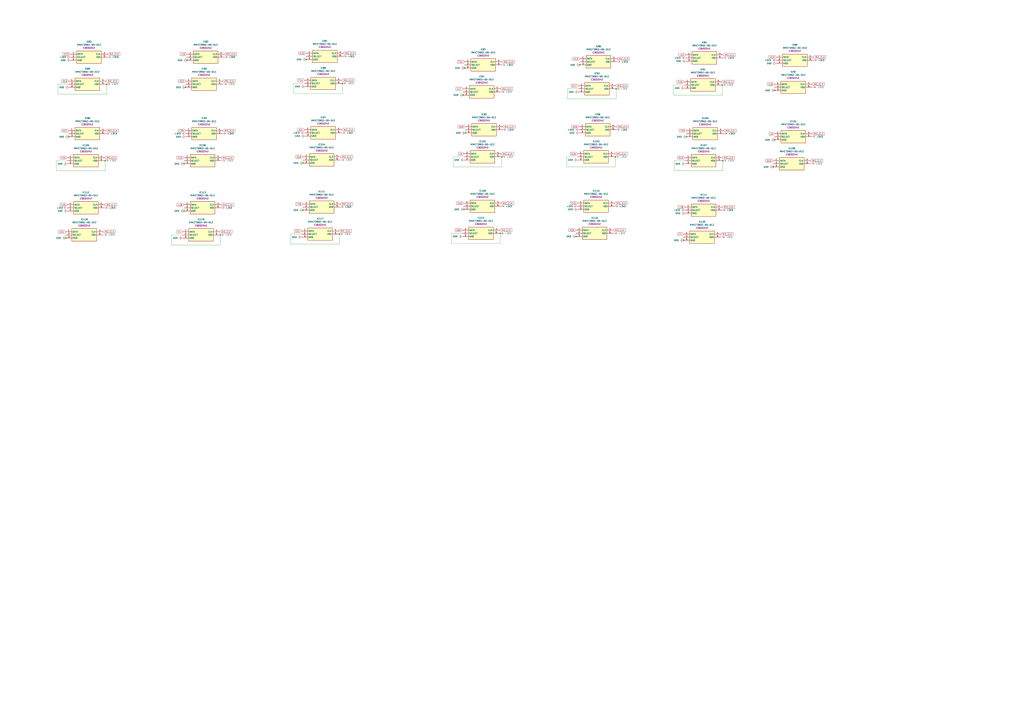
<source format=kicad_sch>
(kicad_sch (version 20231120) (generator "eeschema") (generator_version "8.0")
  (paper "A1")
  (junction (at 248.92 133.985))
  (junction (at 593.09 69.85))
  (junction (at 382.27 109.22))
  (junction (at 251.46 48.895))
  (junction (at 86.36 132.08))
  (junction (at 381.635 55.88))
  (junction (at 636.27 114.935))
  (junction (at 380.365 78.105))
  (junction (at 151.13 134.62))
  (junction (at 476.25 53.34))
  (junction (at 87.63 69.215))
  (junction (at 636.27 74.295))
  (junction (at 635 137.16))
  (junction (at 153.67 49.53))
  (junction (at 281.305 68.58))
  (junction (at 593.725 132.08))
  (junction (at 151.13 173.355))
  (junction (at 505.46 128.905))
  (junction (at 410.845 191.77))
  (junction (at 53.975 195.58))
  (junction (at 381 172.085))
  (junction (at 180.975 193.04))
  (junction (at 412.115 128.905))
  (junction (at 561.34 197.485))
  (junction (at 278.765 192.405))
  (junction (at 56.515 112.395))
  (junction (at 563.88 112.395))
  (junction (at 248.92 172.72))
  (junction (at 152.4 71.755))
  (junction (at 506.095 73.025))
  (junction (at 473.075 194.31))
  (wire (pts (xy 465.455 128.905) (xy 465.455 137.16)))
  (wire (pts (xy 506.095 73.025) (xy 506.095 81.28)))
  (wire (pts (xy 56.515 69.215) (xy 47.625 69.215)))
  (wire (pts (xy 140.97 201.295) (xy 180.975 201.295)))
  (wire (pts (xy 278.13 192.405) (xy 278.765 192.405)))
  (wire (pts (xy 466.09 81.28) (xy 506.095 81.28)))
  (wire (pts (xy 411.48 128.905) (xy 412.115 128.905)))
  (wire (pts (xy 666.75 71.755) (xy 667.385 71.755)))
  (wire (pts (xy 281.305 68.58) (xy 281.305 76.835)))
  (wire (pts (xy 592.455 69.85) (xy 593.09 69.85)))
  (wire (pts (xy 503.555 191.77) (xy 504.19 191.77)))
  (wire (pts (xy 241.3 76.835) (xy 281.305 76.835)))
  (wire (pts (xy 474.98 73.025) (xy 466.09 73.025)))
  (wire (pts (xy 86.995 69.215) (xy 87.63 69.215)))
  (wire (pts (xy 553.72 140.335) (xy 593.725 140.335)))
  (wire (pts (xy 87.63 69.215) (xy 87.63 77.47)))
  (wire (pts (xy 46.355 140.335) (xy 86.36 140.335)))
  (wire (pts (xy 151.13 132.08) (xy 151.13 134.62)))
  (wire (pts (xy 381 128.905) (xy 372.11 128.905)))
  (wire (pts (xy 505.46 128.905) (xy 505.46 137.16)))
  (wire (pts (xy 248.92 170.18) (xy 248.92 172.72)))
  (wire (pts (xy 251.46 46.355) (xy 251.46 48.895)))
  (wire (pts (xy 279.4 131.445) (xy 280.035 131.445)))
  (wire (pts (xy 180.975 193.04) (xy 180.975 201.295)))
  (wire (pts (xy 180.34 193.04) (xy 180.975 193.04)))
  (wire (pts (xy 278.765 192.405) (xy 278.765 200.66)))
  (wire (pts (xy 562.61 132.08) (xy 553.72 132.08)))
  (wire (pts (xy 593.725 132.08) (xy 593.725 140.335)))
  (wire (pts (xy 153.67 46.99) (xy 153.67 49.53)))
  (wire (pts (xy 248.92 131.445) (xy 248.92 133.985)))
  (wire (pts (xy 473.075 191.77) (xy 473.075 194.31)))
  (wire (pts (xy 465.455 137.16) (xy 505.46 137.16)))
  (wire (pts (xy 476.25 50.8) (xy 476.25 53.34)))
  (wire (pts (xy 410.845 191.77) (xy 410.845 200.025)))
  (wire (pts (xy 382.27 106.68) (xy 382.27 109.22)))
  (wire (pts (xy 591.82 194.945) (xy 592.455 194.945)))
  (wire (pts (xy 247.65 192.405) (xy 238.76 192.405)))
  (wire (pts (xy 372.11 137.16) (xy 412.115 137.16)))
  (wire (pts (xy 410.21 191.77) (xy 410.845 191.77)))
  (wire (pts (xy 636.27 112.395) (xy 636.27 114.935)))
  (wire (pts (xy 140.97 193.04) (xy 140.97 201.295)))
  (wire (pts (xy 665.48 134.62) (xy 666.115 134.62)))
  (wire (pts (xy 410.845 75.565) (xy 411.48 75.565)))
  (wire (pts (xy 635 137.16) (xy 635 134.62)))
  (wire (pts (xy 151.13 170.815) (xy 151.13 173.355)))
  (wire (pts (xy 181.61 132.08) (xy 182.245 132.08)))
  (wire (pts (xy 149.86 193.04) (xy 140.97 193.04)))
  (wire (pts (xy 593.09 132.08) (xy 593.725 132.08)))
  (wire (pts (xy 152.4 69.215) (xy 152.4 71.755)))
  (wire (pts (xy 474.345 128.905) (xy 465.455 128.905)))
  (wire (pts (xy 561.34 194.945) (xy 561.34 197.485)))
  (wire (pts (xy 280.67 68.58) (xy 281.305 68.58)))
  (wire (pts (xy 466.09 73.025) (xy 466.09 81.28)))
  (wire (pts (xy 47.625 77.47) (xy 87.63 77.47)))
  (wire (pts (xy 412.115 128.905) (xy 412.115 137.16)))
  (wire (pts (xy 84.455 193.04) (xy 85.09 193.04)))
  (wire (pts (xy 553.72 132.08) (xy 553.72 140.335)))
  (wire (pts (xy 504.825 128.905) (xy 505.46 128.905)))
  (wire (pts (xy 86.36 132.08) (xy 86.36 140.335)))
  (wire (pts (xy 182.88 69.215) (xy 183.515 69.215)))
  (wire (pts (xy 47.625 69.215) (xy 47.625 77.47)))
  (wire (pts (xy 370.84 191.77) (xy 370.84 200.025)))
  (wire (pts (xy 553.085 69.85) (xy 553.085 78.105)))
  (wire (pts (xy 593.09 69.85) (xy 593.09 78.105)))
  (wire (pts (xy 238.76 200.66) (xy 278.765 200.66)))
  (wire (pts (xy 372.11 128.905) (xy 372.11 137.16)))
  (wire (pts (xy 56.515 109.855) (xy 56.515 112.395)))
  (wire (pts (xy 561.975 69.85) (xy 553.085 69.85)))
  (wire (pts (xy 380.365 75.565) (xy 380.365 78.105)))
  (wire (pts (xy 381 169.545) (xy 381 172.085)))
  (wire (pts (xy 53.975 193.04) (xy 53.975 195.58)))
  (wire (pts (xy 379.73 191.77) (xy 370.84 191.77)))
  (wire (pts (xy 636.27 71.755) (xy 636.27 74.295)))
  (wire (pts (xy 381.635 53.34) (xy 381.635 55.88)))
  (wire (pts (xy 238.76 192.405) (xy 238.76 200.66)))
  (wire (pts (xy 46.355 132.08) (xy 46.355 140.335)))
  (wire (pts (xy 55.245 132.08) (xy 46.355 132.08)))
  (wire (pts (xy 85.725 132.08) (xy 86.36 132.08)))
  (wire (pts (xy 553.085 78.105) (xy 593.09 78.105)))
  (wire (pts (xy 563.88 109.855) (xy 563.88 112.395)))
  (wire (pts (xy 370.84 200.025) (xy 410.845 200.025)))
  (wire (pts (xy 505.46 73.025) (xy 506.095 73.025)))
  (wire (pts (xy 241.3 68.58) (xy 241.3 76.835)))
  (wire (pts (xy 250.19 68.58) (xy 241.3 68.58)))
  (global_label "E21" (shape input) (at 247.65 189.865 180) (property "Intersheetrefs" "${INTERSHEET_REFS}" (effects (hide yes))))
  (global_label "A20" (shape input) (at 379.73 189.23 180) (property "Intersheetrefs" "${INTERSHEET_REFS}" (effects (hide yes))))
  (global_label "D15" (shape input) (at 562.61 129.54 180) (property "Intersheetrefs" "${INTERSHEET_REFS}" (effects (hide yes))))
  (global_label "K13" (shape input) (at 57.785 44.45 180) (property "Intersheetrefs" "${INTERSHEET_REFS}" (effects (hide yes))))
  (global_label "MIC_CLK" (shape input) (at 506.73 48.26 0) (property "Intersheetrefs" "${INTERSHEET_REFS}" (effects (hide yes))))
  (global_label "MIC_CLK" (shape input) (at 85.725 129.54 0) (property "Intersheetrefs" "${INTERSHEET_REFS}" (effects (hide yes))))
  (global_label "MIC_CLK" (shape input) (at 86.995 66.675 0) (property "Intersheetrefs" "${INTERSHEET_REFS}" (effects (hide yes))))
  (global_label "MIC_CLK" (shape input) (at 666.75 109.855 0) (property "Intersheetrefs" "${INTERSHEET_REFS}" (effects (hide yes))))
  (global_label "F14" (shape input) (at 381.635 50.8 180) (property "Intersheetrefs" "${INTERSHEET_REFS}" (effects (hide yes))))
  (global_label "MIC_CLK" (shape input) (at 591.82 192.405 0) (property "Intersheetrefs" "${INTERSHEET_REFS}" (effects (hide yes))))
  (global_label "A21" (shape input) (at 250.19 106.68 180) (property "Intersheetrefs" "${INTERSHEET_REFS}" (effects (hide yes))))
  (global_label "C15" (shape input) (at 474.345 167.005 180) (property "Intersheetrefs" "${INTERSHEET_REFS}" (effects (hide yes))))
  (global_label "MIC_CLK" (shape input) (at 503.555 189.23 0) (property "Intersheetrefs" "${INTERSHEET_REFS}" (effects (hide yes))))
  (global_label "E17" (shape input) (at 474.98 70.485 180) (property "Intersheetrefs" "${INTERSHEET_REFS}" (effects (hide yes))))
  (global_label "MIC_CLK" (shape input) (at 86.995 107.315 0) (property "Intersheetrefs" "${INTERSHEET_REFS}" (effects (hide yes))))
  (global_label "H13" (shape input) (at 476.25 48.26 180) (property "Intersheetrefs" "${INTERSHEET_REFS}" (effects (hide yes))))
  (global_label "F15" (shape input) (at 151.13 129.54 180) (property "Intersheetrefs" "${INTERSHEET_REFS}" (effects (hide yes))))
  (global_label "D20" (shape input) (at 382.27 104.14 180) (property "Intersheetrefs" "${INTERSHEET_REFS}" (effects (hide yes))))
  (global_label "MIC_CLK" (shape input) (at 412.115 50.8 0) (property "Intersheetrefs" "${INTERSHEET_REFS}" (effects (hide yes))))
  (global_label "MIC_CLK" (shape input) (at 184.15 44.45 0) (property "Intersheetrefs" "${INTERSHEET_REFS}" (effects (hide yes))))
  (global_label "F20" (shape input) (at 152.4 107.315 180) (property "Intersheetrefs" "${INTERSHEET_REFS}" (effects (hide yes))))
  (global_label "L18" (shape input) (at 562.61 170.18 180) (property "Intersheetrefs" "${INTERSHEET_REFS}" (effects (hide yes))))
  (global_label "D15" (shape input) (at 635 132.08 180) (property "Intersheetrefs" "${INTERSHEET_REFS}" (effects (hide yes))))
  (global_label "MIC_CLK" (shape input) (at 668.02 46.99 0) (property "Intersheetrefs" "${INTERSHEET_REFS}" (effects (hide yes))))
  (global_label "D20" (shape input) (at 475.615 104.14 180) (property "Intersheetrefs" "${INTERSHEET_REFS}" (effects (hide yes))))
  (global_label "A13" (shape input) (at 152.4 66.675 180) (property "Intersheetrefs" "${INTERSHEET_REFS}" (effects (hide yes))))
  (global_label "MIC_CLK" (shape input) (at 505.46 70.485 0) (property "Intersheetrefs" "${INTERSHEET_REFS}" (effects (hide yes))))
  (global_label "MIC_CLK" (shape input) (at 281.94 43.815 0) (property "Intersheetrefs" "${INTERSHEET_REFS}" (effects (hide yes))))
  (global_label "MIC_CLK" (shape input) (at 594.36 107.315 0) (property "Intersheetrefs" "${INTERSHEET_REFS}" (effects (hide yes))))
  (global_label "MIC_CLK" (shape input) (at 665.48 132.08 0) (property "Intersheetrefs" "${INTERSHEET_REFS}" (effects (hide yes))))
  (global_label "F16" (shape input) (at 55.245 168.275 180) (property "Intersheetrefs" "${INTERSHEET_REFS}" (effects (hide yes))))
  (global_label "F15" (shape input) (at 55.245 129.54 180) (property "Intersheetrefs" "${INTERSHEET_REFS}" (effects (hide yes))))
  (global_label "E17" (shape input) (at 380.365 73.025 180) (property "Intersheetrefs" "${INTERSHEET_REFS}" (effects (hide yes))))
  (global_label "MIC_CLK" (shape input) (at 592.455 67.31 0) (property "Intersheetrefs" "${INTERSHEET_REFS}" (effects (hide yes))))
  (global_label "MIC_CLK" (shape input) (at 593.09 129.54 0) (property "Intersheetrefs" "${INTERSHEET_REFS}" (effects (hide yes))))
  (global_label "MIC_CLK" (shape input) (at 504.825 126.365 0) (property "Intersheetrefs" "${INTERSHEET_REFS}" (effects (hide yes))))
  (global_label "E21" (shape input) (at 53.975 190.5 180) (property "Intersheetrefs" "${INTERSHEET_REFS}" (effects (hide yes))))
  (global_label "A20" (shape input) (at 473.075 189.23 180) (property "Intersheetrefs" "${INTERSHEET_REFS}" (effects (hide yes))))
  (global_label "H13" (shape input) (at 637.54 46.99 180) (property "Intersheetrefs" "${INTERSHEET_REFS}" (effects (hide yes))))
  (global_label "F16" (shape input) (at 248.92 167.64 180) (property "Intersheetrefs" "${INTERSHEET_REFS}" (effects (hide yes))))
  (global_label "J15" (shape input) (at 563.245 45.085 180) (property "Intersheetrefs" "${INTERSHEET_REFS}" (effects (hide yes))))
  (global_label "MIC_CLK" (shape input) (at 504.825 167.005 0) (property "Intersheetrefs" "${INTERSHEET_REFS}" (effects (hide yes))))
  (global_label "MIC_CLK" (shape input) (at 84.455 190.5 0) (property "Intersheetrefs" "${INTERSHEET_REFS}" (effects (hide yes))))
  (global_label "MIC_CLK" (shape input) (at 410.845 73.025 0) (property "Intersheetrefs" "${INTERSHEET_REFS}" (effects (hide yes))))
  (global_label "E16" (shape input) (at 636.27 69.215 180) (property "Intersheetrefs" "${INTERSHEET_REFS}" (effects (hide yes))))
  (global_label "MIC_CLK" (shape input) (at 182.88 66.675 0) (property "Intersheetrefs" "${INTERSHEET_REFS}" (effects (hide yes))))
  (global_label "C15" (shape input) (at 381 167.005 180) (property "Intersheetrefs" "${INTERSHEET_REFS}" (effects (hide yes))))
  (global_label "A13" (shape input) (at 56.515 66.675 180) (property "Intersheetrefs" "${INTERSHEET_REFS}" (effects (hide yes))))
  (global_label "MIC_CLK" (shape input) (at 410.21 189.23 0) (property "Intersheetrefs" "${INTERSHEET_REFS}" (effects (hide yes))))
  (global_label "MIC_CLK" (shape input) (at 88.265 44.45 0) (property "Intersheetrefs" "${INTERSHEET_REFS}" (effects (hide yes))))
  (global_label "J15" (shape input) (at 153.67 44.45 180) (property "Intersheetrefs" "${INTERSHEET_REFS}" (effects (hide yes))))
  (global_label "MIC_CLK" (shape input) (at 506.095 104.14 0) (property "Intersheetrefs" "${INTERSHEET_REFS}" (effects (hide yes))))
  (global_label "MIC_CLK" (shape input) (at 411.48 167.005 0) (property "Intersheetrefs" "${INTERSHEET_REFS}" (effects (hide yes))))
  (global_label "MIC_CLK" (shape input) (at 666.75 69.215 0) (property "Intersheetrefs" "${INTERSHEET_REFS}" (effects (hide yes))))
  (global_label "F14" (shape input) (at 250.19 66.04 180) (property "Intersheetrefs" "${INTERSHEET_REFS}" (effects (hide yes))))
  (global_label "MIC_CLK" (shape input) (at 593.09 170.18 0) (property "Intersheetrefs" "${INTERSHEET_REFS}" (effects (hide yes))))
  (global_label "MIC_CLK" (shape input) (at 280.67 106.68 0) (property "Intersheetrefs" "${INTERSHEET_REFS}" (effects (hide yes))))
  (global_label "A21" (shape input) (at 56.515 107.315 180) (property "Intersheetrefs" "${INTERSHEET_REFS}" (effects (hide yes))))
  (global_label "L5" (shape input) (at 381 126.365 180) (property "Intersheetrefs" "${INTERSHEET_REFS}" (effects (hide yes))))
  (global_label "F20" (shape input) (at 563.88 107.315 180) (property "Intersheetrefs" "${INTERSHEET_REFS}" (effects (hide yes))))
  (global_label "MIC_CLK" (shape input) (at 180.34 190.5 0) (property "Intersheetrefs" "${INTERSHEET_REFS}" (effects (hide yes))))
  (global_label "MIC_CLK" (shape input) (at 279.4 128.905 0) (property "Intersheetrefs" "${INTERSHEET_REFS}" (effects (hide yes))))
  (global_label "E16" (shape input) (at 561.975 67.31 180) (property "Intersheetrefs" "${INTERSHEET_REFS}" (effects (hide yes))))
  (global_label "MIC_CLK" (shape input) (at 412.75 104.14 0) (property "Intersheetrefs" "${INTERSHEET_REFS}" (effects (hide yes))))
  (global_label "MIC_CLK" (shape input) (at 593.725 45.085 0) (property "Intersheetrefs" "${INTERSHEET_REFS}" (effects (hide yes))))
  (global_label "MIC_CLK" (shape input) (at 278.13 189.865 0) (property "Intersheetrefs" "${INTERSHEET_REFS}" (effects (hide yes))))
  (global_label "K13" (shape input) (at 251.46 43.815 180) (property "Intersheetrefs" "${INTERSHEET_REFS}" (effects (hide yes))))
  (global_label "L5" (shape input) (at 636.27 109.855 180) (property "Intersheetrefs" "${INTERSHEET_REFS}" (effects (hide yes))))
  (global_label "MIC_CLK" (shape input) (at 85.725 168.275 0) (property "Intersheetrefs" "${INTERSHEET_REFS}" (effects (hide yes))))
  (global_label "MIC_CLK" (shape input) (at 411.48 126.365 0) (property "Intersheetrefs" "${INTERSHEET_REFS}" (effects (hide yes))))
  (global_label "F4" (shape input) (at 561.34 192.405 180) (property "Intersheetrefs" "${INTERSHEET_REFS}" (effects (hide yes))))
  (global_label "G16" (shape input) (at 248.92 128.905 180) (property "Intersheetrefs" "${INTERSHEET_REFS}" (effects (hide yes))))
  (global_label "MIC_CLK" (shape input) (at 181.61 129.54 0) (property "Intersheetrefs" "${INTERSHEET_REFS}" (effects (hide yes))))
  (global_label "MIC_CLK" (shape input) (at 279.4 167.64 0) (property "Intersheetrefs" "${INTERSHEET_REFS}" (effects (hide yes))))
  (global_label "L18" (shape input) (at 151.13 168.275 180) (property "Intersheetrefs" "${INTERSHEET_REFS}" (effects (hide yes))))
  (global_label "F4" (shape input) (at 149.86 190.5 180) (property "Intersheetrefs" "${INTERSHEET_REFS}" (effects (hide yes))))
  (global_label "G16" (shape input) (at 474.345 126.365 180) (property "Intersheetrefs" "${INTERSHEET_REFS}" (effects (hide yes))))
  (global_label "MIC_CLK" (shape input) (at 182.88 107.315 0) (property "Intersheetrefs" "${INTERSHEET_REFS}" (effects (hide yes))))
  (global_label "MIC_CLK" (shape input) (at 181.61 168.275 0) (property "Intersheetrefs" "${INTERSHEET_REFS}" (effects (hide yes))))
  (global_label "MIC_CLK" (shape input) (at 280.67 66.04 0) (property "Intersheetrefs" "${INTERSHEET_REFS}" (effects (hide yes))))
  (symbol (lib_id "power:GND") (at 563.88 112.395 270) (unit 1)
    (property "Reference" "#PWR0289" (effects (hide yes)))
    (property "Value" "GND" (at 560.07 112.395 90) (effects (justify right)))
  )
  (symbol (lib_id "power:+3V3") (at 593.725 132.08 270) (unit 1)
    (property "Reference" "#PWR0299" (effects (hide yes)))
    (property "Value" "+3V3" (at 597.535 132.08 90) (effects (justify left)))
  )
  (symbol (lib_id "SamacSys_Parts:MMICT3902-00-012") (at 149.86 190.5 0) (unit 1)
    (property "Reference" "IC119" (at 165.1 180.34 0))
    (property "Value" "MMICT3902-00-012" (at 165.1 182.88 0))
    (property "Footprint" "T3902:MMICT390200012" (effects (hide yes)))
    (property "Datasheet" "http://invensense.tdk.com/wp-content/uploads/2020/05/DS-000357-T3902-v1.0.pdf" (effects (hide yes)))
    (property "Height" "1.13" (effects (hide yes)))
    (property "Mouser Part Number" "410-MMICT3902-00-012" (effects (hide yes)))
    (property "Mouser Price/Stock" "https://www.mouser.co.uk/ProductDetail/TDK-InvenSense/MMICT3902-00-012?qs=yqaQSyyJnNi1lpqXyrpxOA%3D%3D" (effects (hide yes)))
    (property "Manufacturer_Name" "TDK" (effects (hide yes)))
    (property "Manufacturer_Part_Number" "MMICT3902-00-012" (effects (hide yes)))
    (property "LCSC" "C3032242" (at 165.1 185.42 0))
  )
  (symbol (lib_id "power:GND") (at 248.92 133.985 270) (unit 1)
    (property "Reference" "#PWR0300" (effects (hide yes)))
    (property "Value" "GND" (at 245.11 133.985 90) (effects (justify right)))
  )
  (symbol (lib_id "power:+3V3") (at 180.975 193.04 270) (unit 1)
    (property "Reference" "#PWR0322" (effects (hide yes)))
    (property "Value" "+3V3" (at 184.785 193.04 90) (effects (justify left)))
  )
  (symbol (lib_id "SamacSys_Parts:MMICT3902-00-012") (at 562.61 129.54 0) (unit 1)
    (property "Reference" "IC107" (at 577.85 119.38 0))
    (property "Value" "MMICT3902-00-012" (at 577.85 121.92 0))
    (property "Footprint" "T3902:MMICT390200012" (effects (hide yes)))
    (property "Datasheet" "http://invensense.tdk.com/wp-content/uploads/2020/05/DS-000357-T3902-v1.0.pdf" (effects (hide yes)))
    (property "Height" "1.13" (effects (hide yes)))
    (property "Mouser Part Number" "410-MMICT3902-00-012" (effects (hide yes)))
    (property "Mouser Price/Stock" "https://www.mouser.co.uk/ProductDetail/TDK-InvenSense/MMICT3902-00-012?qs=yqaQSyyJnNi1lpqXyrpxOA%3D%3D" (effects (hide yes)))
    (property "Manufacturer_Name" "TDK" (effects (hide yes)))
    (property "Manufacturer_Part_Number" "MMICT3902-00-012" (effects (hide yes)))
    (property "LCSC" "C3032242" (at 577.85 124.46 0))
  )
  (symbol (lib_id "power:GND") (at 561.34 197.485 270) (unit 1)
    (property "Reference" "#PWR0329" (effects (hide yes)))
    (property "Value" "GND" (at 557.53 197.485 90) (effects (justify right)))
  )
  (symbol (lib_id "power:+3V3") (at 278.765 192.405 270) (unit 1)
    (property "Reference" "#PWR0320" (effects (hide yes)))
    (property "Value" "+3V3" (at 282.575 192.405 90) (effects (justify left)))
  )
  (symbol (lib_id "power:+3V3") (at 667.385 71.755 270) (unit 1)
    (property "Reference" "#PWR0271" (effects (hide yes)))
    (property "Value" "+3V3" (at 671.195 71.755 90) (effects (justify left)))
  )
  (symbol (lib_id "SamacSys_Parts:MMICT3902-00-012") (at 379.73 189.23 0) (unit 1)
    (property "Reference" "IC115" (at 394.97 179.07 0))
    (property "Value" "MMICT3902-00-012" (at 394.97 181.61 0))
    (property "Footprint" "T3902:MMICT390200012" (effects (hide yes)))
    (property "Datasheet" "http://invensense.tdk.com/wp-content/uploads/2020/05/DS-000357-T3902-v1.0.pdf" (effects (hide yes)))
    (property "Height" "1.13" (effects (hide yes)))
    (property "Mouser Part Number" "410-MMICT3902-00-012" (effects (hide yes)))
    (property "Mouser Price/Stock" "https://www.mouser.co.uk/ProductDetail/TDK-InvenSense/MMICT3902-00-012?qs=yqaQSyyJnNi1lpqXyrpxOA%3D%3D" (effects (hide yes)))
    (property "Manufacturer_Name" "TDK" (effects (hide yes)))
    (property "Manufacturer_Part_Number" "MMICT3902-00-012" (effects (hide yes)))
    (property "LCSC" "C3032242" (at 394.97 184.15 0))
  )
  (symbol (lib_id "power:+3V3") (at 412.115 128.905 270) (unit 1)
    (property "Reference" "#PWR0292" (effects (hide yes)))
    (property "Value" "+3V3" (at 415.925 128.905 90) (effects (justify left)))
  )
  (symbol (lib_id "SamacSys_Parts:MMICT3902-00-012") (at 381 126.365 0) (unit 1)
    (property "Reference" "IC102" (at 396.24 116.205 0))
    (property "Value" "MMICT3902-00-012" (at 396.24 118.745 0))
    (property "Footprint" "T3902:MMICT390200012" (effects (hide yes)))
    (property "Datasheet" "http://invensense.tdk.com/wp-content/uploads/2020/05/DS-000357-T3902-v1.0.pdf" (effects (hide yes)))
    (property "Height" "1.13" (effects (hide yes)))
    (property "Mouser Part Number" "410-MMICT3902-00-012" (effects (hide yes)))
    (property "Mouser Price/Stock" "https://www.mouser.co.uk/ProductDetail/TDK-InvenSense/MMICT3902-00-012?qs=yqaQSyyJnNi1lpqXyrpxOA%3D%3D" (effects (hide yes)))
    (property "Manufacturer_Name" "TDK" (effects (hide yes)))
    (property "Manufacturer_Part_Number" "MMICT3902-00-012" (effects (hide yes)))
    (property "LCSC" "C3032242" (at 396.24 121.285 0))
  )
  (symbol (lib_id "power:GND") (at 562.61 134.62 270) (unit 1)
    (property "Reference" "#PWR0303" (effects (hide yes)))
    (property "Value" "GND" (at 558.8 134.62 90) (effects (justify right)))
  )
  (symbol (lib_id "SamacSys_Parts:MMICT3902-00-012") (at 476.25 48.26 0) (unit 1)
    (property "Reference" "IC86" (at 491.49 38.1 0))
    (property "Value" "MMICT3902-00-012" (at 491.49 40.64 0))
    (property "Footprint" "T3902:MMICT390200012" (effects (hide yes)))
    (property "Datasheet" "http://invensense.tdk.com/wp-content/uploads/2020/05/DS-000357-T3902-v1.0.pdf" (effects (hide yes)))
    (property "Height" "1.13" (effects (hide yes)))
    (property "Mouser Part Number" "410-MMICT3902-00-012" (effects (hide yes)))
    (property "Mouser Price/Stock" "https://www.mouser.co.uk/ProductDetail/TDK-InvenSense/MMICT3902-00-012?qs=yqaQSyyJnNi1lpqXyrpxOA%3D%3D" (effects (hide yes)))
    (property "Manufacturer_Name" "TDK" (effects (hide yes)))
    (property "Manufacturer_Part_Number" "MMICT3902-00-012" (effects (hide yes)))
    (property "LCSC" "C3032242" (at 491.49 43.18 0))
  )
  (symbol (lib_id "power:+3V3") (at 666.115 134.62 270) (unit 1)
    (property "Reference" "#PWR0304" (effects (hide yes)))
    (property "Value" "+3V3" (at 669.925 134.62 90) (effects (justify left)))
  )
  (symbol (lib_id "power:GND") (at 381.635 55.88 270) (unit 1)
    (property "Reference" "#PWR0263" (effects (hide yes)))
    (property "Value" "GND" (at 377.825 55.88 90) (effects (justify right)))
  )
  (symbol (lib_id "SamacSys_Parts:MMICT3902-00-012") (at 563.245 45.085 0) (unit 1)
    (property "Reference" "IC84" (at 578.485 34.925 0))
    (property "Value" "MMICT3902-00-012" (at 578.485 37.465 0))
    (property "Footprint" "T3902:MMICT390200012" (effects (hide yes)))
    (property "Datasheet" "http://invensense.tdk.com/wp-content/uploads/2020/05/DS-000357-T3902-v1.0.pdf" (effects (hide yes)))
    (property "Height" "1.13" (effects (hide yes)))
    (property "Mouser Part Number" "410-MMICT3902-00-012" (effects (hide yes)))
    (property "Mouser Price/Stock" "https://www.mouser.co.uk/ProductDetail/TDK-InvenSense/MMICT3902-00-012?qs=yqaQSyyJnNi1lpqXyrpxOA%3D%3D" (effects (hide yes)))
    (property "Manufacturer_Name" "TDK" (effects (hide yes)))
    (property "Manufacturer_Part_Number" "MMICT3902-00-012" (effects (hide yes)))
    (property "LCSC" "C3032242" (at 578.485 40.005 0))
  )
  (symbol (lib_id "SamacSys_Parts:MMICT3902-00-012") (at 562.61 170.18 0) (unit 1)
    (property "Reference" "IC114" (at 577.85 160.02 0))
    (property "Value" "MMICT3902-00-012" (at 577.85 162.56 0))
    (property "Footprint" "T3902:MMICT390200012" (effects (hide yes)))
    (property "Datasheet" "http://invensense.tdk.com/wp-content/uploads/2020/05/DS-000357-T3902-v1.0.pdf" (effects (hide yes)))
    (property "Height" "1.13" (effects (hide yes)))
    (property "Mouser Part Number" "410-MMICT3902-00-012" (effects (hide yes)))
    (property "Mouser Price/Stock" "https://www.mouser.co.uk/ProductDetail/TDK-InvenSense/MMICT3902-00-012?qs=yqaQSyyJnNi1lpqXyrpxOA%3D%3D" (effects (hide yes)))
    (property "Manufacturer_Name" "TDK" (effects (hide yes)))
    (property "Manufacturer_Part_Number" "MMICT3902-00-012" (effects (hide yes)))
    (property "LCSC" "C3032242" (at 577.85 165.1 0))
  )
  (symbol (lib_id "power:+3V3") (at 411.48 169.545 270) (unit 1)
    (property "Reference" "#PWR0306" (effects (hide yes)))
    (property "Value" "+3V3" (at 415.29 169.545 90) (effects (justify left)))
  )
  (symbol (lib_id "power:+3V3") (at 506.73 50.8 270) (unit 1)
    (property "Reference" "#PWR0259" (effects (hide yes)))
    (property "Value" "+3V3" (at 510.54 50.8 90) (effects (justify left)))
  )
  (symbol (lib_id "SamacSys_Parts:MMICT3902-00-012") (at 636.27 69.215 0) (unit 1)
    (property "Reference" "IC92" (at 651.51 59.055 0))
    (property "Value" "MMICT3902-00-012" (at 651.51 61.595 0))
    (property "Footprint" "T3902:MMICT390200012" (effects (hide yes)))
    (property "Datasheet" "http://invensense.tdk.com/wp-content/uploads/2020/05/DS-000357-T3902-v1.0.pdf" (effects (hide yes)))
    (property "Height" "1.13" (effects (hide yes)))
    (property "Mouser Part Number" "410-MMICT3902-00-012" (effects (hide yes)))
    (property "Mouser Price/Stock" "https://www.mouser.co.uk/ProductDetail/TDK-InvenSense/MMICT3902-00-012?qs=yqaQSyyJnNi1lpqXyrpxOA%3D%3D" (effects (hide yes)))
    (property "Manufacturer_Name" "TDK" (effects (hide yes)))
    (property "Manufacturer_Part_Number" "MMICT3902-00-012" (effects (hide yes)))
    (property "LCSC" "C3032242" (at 651.51 64.135 0))
  )
  (symbol (lib_id "power:+3V3") (at 593.09 172.72 270) (unit 1)
    (property "Reference" "#PWR0314" (effects (hide yes)))
    (property "Value" "+3V3" (at 596.9 172.72 90) (effects (justify left)))
  )
  (symbol (lib_id "SamacSys_Parts:MMICT3902-00-012") (at 151.13 129.54 0) (unit 1)
    (property "Reference" "IC106" (at 166.37 119.38 0))
    (property "Value" "MMICT3902-00-012" (at 166.37 121.92 0))
    (property "Footprint" "T3902:MMICT390200012" (effects (hide yes)))
    (property "Datasheet" "http://invensense.tdk.com/wp-content/uploads/2020/05/DS-000357-T3902-v1.0.pdf" (effects (hide yes)))
    (property "Height" "1.13" (effects (hide yes)))
    (property "Mouser Part Number" "410-MMICT3902-00-012" (effects (hide yes)))
    (property "Mouser Price/Stock" "https://www.mouser.co.uk/ProductDetail/TDK-InvenSense/MMICT3902-00-012?qs=yqaQSyyJnNi1lpqXyrpxOA%3D%3D" (effects (hide yes)))
    (property "Manufacturer_Name" "TDK" (effects (hide yes)))
    (property "Manufacturer_Part_Number" "MMICT3902-00-012" (effects (hide yes)))
    (property "LCSC" "C3032242" (at 166.37 124.46 0))
  )
  (symbol (lib_id "SamacSys_Parts:MMICT3902-00-012") (at 474.345 126.365 0) (unit 1)
    (property "Reference" "IC103" (at 489.585 116.205 0))
    (property "Value" "MMICT3902-00-012" (at 489.585 118.745 0))
    (property "Footprint" "T3902:MMICT390200012" (effects (hide yes)))
    (property "Datasheet" "http://invensense.tdk.com/wp-content/uploads/2020/05/DS-000357-T3902-v1.0.pdf" (effects (hide yes)))
    (property "Height" "1.13" (effects (hide yes)))
    (property "Mouser Part Number" "410-MMICT3902-00-012" (effects (hide yes)))
    (property "Mouser Price/Stock" "https://www.mouser.co.uk/ProductDetail/TDK-InvenSense/MMICT3902-00-012?qs=yqaQSyyJnNi1lpqXyrpxOA%3D%3D" (effects (hide yes)))
    (property "Manufacturer_Name" "TDK" (effects (hide yes)))
    (property "Manufacturer_Part_Number" "MMICT3902-00-012" (effects (hide yes)))
    (property "LCSC" "C3032242" (at 489.585 121.285 0))
  )
  (symbol (lib_id "power:GND") (at 55.245 134.62 270) (unit 1)
    (property "Reference" "#PWR0301" (effects (hide yes)))
    (property "Value" "GND" (at 51.435 134.62 90) (effects (justify right)))
  )
  (symbol (lib_id "power:+3V3") (at 280.67 109.22 270) (unit 1)
    (property "Reference" "#PWR0280" (effects (hide yes)))
    (property "Value" "+3V3" (at 284.48 109.22 90) (effects (justify left)))
  )
  (symbol (lib_id "SamacSys_Parts:MMICT3902-00-012") (at 563.88 107.315 0) (unit 1)
    (property "Reference" "IC100" (at 579.12 97.155 0))
    (property "Value" "MMICT3902-00-012" (at 579.12 99.695 0))
    (property "Footprint" "T3902:MMICT390200012" (effects (hide yes)))
    (property "Datasheet" "http://invensense.tdk.com/wp-content/uploads/2020/05/DS-000357-T3902-v1.0.pdf" (effects (hide yes)))
    (property "Height" "1.13" (effects (hide yes)))
    (property "Mouser Part Number" "410-MMICT3902-00-012" (effects (hide yes)))
    (property "Mouser Price/Stock" "https://www.mouser.co.uk/ProductDetail/TDK-InvenSense/MMICT3902-00-012?qs=yqaQSyyJnNi1lpqXyrpxOA%3D%3D" (effects (hide yes)))
    (property "Manufacturer_Name" "TDK" (effects (hide yes)))
    (property "Manufacturer_Part_Number" "MMICT3902-00-012" (effects (hide yes)))
    (property "LCSC" "C3032242" (at 579.12 102.235 0))
  )
  (symbol (lib_id "SamacSys_Parts:MMICT3902-00-012") (at 635 132.08 0) (unit 1)
    (property "Reference" "IC108" (at 650.24 121.92 0))
    (property "Value" "MMICT3902-00-012" (at 650.24 124.46 0))
    (property "Footprint" "T3902:MMICT390200012" (effects (hide yes)))
    (property "Datasheet" "http://invensense.tdk.com/wp-content/uploads/2020/05/DS-000357-T3902-v1.0.pdf" (effects (hide yes)))
    (property "Height" "1.13" (effects (hide yes)))
    (property "Mouser Part Number" "410-MMICT3902-00-012" (effects (hide yes)))
    (property "Mouser Price/Stock" "https://www.mouser.co.uk/ProductDetail/TDK-InvenSense/MMICT3902-00-012?qs=yqaQSyyJnNi1lpqXyrpxOA%3D%3D" (effects (hide yes)))
    (property "Manufacturer_Name" "TDK" (effects (hide yes)))
    (property "Manufacturer_Part_Number" "MMICT3902-00-012" (effects (hide yes)))
    (property "LCSC" "C3032242" (at 650.24 127 0))
  )
  (symbol (lib_id "power:+3V3") (at 182.245 132.08 270) (unit 1)
    (property "Reference" "#PWR0298" (effects (hide yes)))
    (property "Value" "+3V3" (at 186.055 132.08 90) (effects (justify left)))
  )
  (symbol (lib_id "SamacSys_Parts:MMICT3902-00-012") (at 55.245 168.275 0) (unit 1)
    (property "Reference" "IC112" (at 70.485 158.115 0))
    (property "Value" "MMICT3902-00-012" (at 70.485 160.655 0))
    (property "Footprint" "T3902:MMICT390200012" (effects (hide yes)))
    (property "Datasheet" "http://invensense.tdk.com/wp-content/uploads/2020/05/DS-000357-T3902-v1.0.pdf" (effects (hide yes)))
    (property "Height" "1.13" (effects (hide yes)))
    (property "Mouser Part Number" "410-MMICT3902-00-012" (effects (hide yes)))
    (property "Mouser Price/Stock" "https://www.mouser.co.uk/ProductDetail/TDK-InvenSense/MMICT3902-00-012?qs=yqaQSyyJnNi1lpqXyrpxOA%3D%3D" (effects (hide yes)))
    (property "Manufacturer_Name" "TDK" (effects (hide yes)))
    (property "Manufacturer_Part_Number" "MMICT3902-00-012" (effects (hide yes)))
    (property "LCSC" "C3032242" (at 70.485 163.195 0))
  )
  (symbol (lib_id "power:+3V3") (at 562.61 172.72 90) (unit 1)
    (property "Reference" "#PWR0872" (effects (hide yes)))
    (property "Value" "+3V3" (at 558.546 172.72 90) (effects (justify left)))
  )
  (symbol (lib_id "power:GND") (at 473.075 194.31 270) (unit 1)
    (property "Reference" "#PWR0324" (effects (hide yes)))
    (property "Value" "GND" (at 469.265 194.31 90) (effects (justify right)))
  )
  (symbol (lib_id "SamacSys_Parts:MMICT3902-00-012") (at 382.27 104.14 0) (unit 1)
    (property "Reference" "IC95" (at 397.51 93.98 0))
    (property "Value" "MMICT3902-00-012" (at 397.51 96.52 0))
    (property "Footprint" "T3902:MMICT390200012" (effects (hide yes)))
    (property "Datasheet" "http://invensense.tdk.com/wp-content/uploads/2020/05/DS-000357-T3902-v1.0.pdf" (effects (hide yes)))
    (property "Height" "1.13" (effects (hide yes)))
    (property "Mouser Part Number" "410-MMICT3902-00-012" (effects (hide yes)))
    (property "Mouser Price/Stock" "https://www.mouser.co.uk/ProductDetail/TDK-InvenSense/MMICT3902-00-012?qs=yqaQSyyJnNi1lpqXyrpxOA%3D%3D" (effects (hide yes)))
    (property "Manufacturer_Name" "TDK" (effects (hide yes)))
    (property "Manufacturer_Part_Number" "MMICT3902-00-012" (effects (hide yes)))
    (property "LCSC" "C3032242" (at 397.51 99.06 0))
  )
  (symbol (lib_id "power:+3V3") (at 411.48 75.565 270) (unit 1)
    (property "Reference" "#PWR0275" (effects (hide yes)))
    (property "Value" "+3V3" (at 415.29 75.565 90) (effects (justify left)))
  )
  (symbol (lib_id "SamacSys_Parts:MMICT3902-00-012") (at 250.19 106.68 0) (unit 1)
    (property "Reference" "IC97" (at 265.43 96.52 0))
    (property "Value" "MMICT3902-00-012" (at 265.43 99.06 0))
    (property "Footprint" "T3902:MMICT390200012" (effects (hide yes)))
    (property "Datasheet" "http://invensense.tdk.com/wp-content/uploads/2020/05/DS-000357-T3902-v1.0.pdf" (effects (hide yes)))
    (property "Height" "1.13" (effects (hide yes)))
    (property "Mouser Part Number" "410-MMICT3902-00-012" (effects (hide yes)))
    (property "Mouser Price/Stock" "https://www.mouser.co.uk/ProductDetail/TDK-InvenSense/MMICT3902-00-012?qs=yqaQSyyJnNi1lpqXyrpxOA%3D%3D" (effects (hide yes)))
    (property "Manufacturer_Name" "TDK" (effects (hide yes)))
    (property "Manufacturer_Part_Number" "MMICT3902-00-012" (effects (hide yes)))
    (property "LCSC" "C3032242" (at 265.43 101.6 0))
  )
  (symbol (lib_id "power:GND") (at 635 137.16 270) (unit 1)
    (property "Reference" "#PWR0305" (effects (hide yes)))
    (property "Value" "GND" (at 631.19 137.16 90) (effects (justify right)))
  )
  (symbol (lib_id "power:+3V3") (at 85.725 170.815 270) (unit 1)
    (property "Reference" "#PWR0309" (effects (hide yes)))
    (property "Value" "+3V3" (at 89.535 170.815 90) (effects (justify left)))
  )
  (symbol (lib_id "power:+3V3") (at 666.75 112.395 270) (unit 1)
    (property "Reference" "#PWR0290" (effects (hide yes)))
    (property "Value" "+3V3" (at 670.56 112.395 90) (effects (justify left)))
  )
  (symbol (lib_id "SamacSys_Parts:MMICT3902-00-012") (at 153.67 44.45 0) (unit 1)
    (property "Reference" "IC83" (at 168.91 34.29 0))
    (property "Value" "MMICT3902-00-012" (at 168.91 36.83 0))
    (property "Footprint" "T3902:MMICT390200012" (effects (hide yes)))
    (property "Datasheet" "http://invensense.tdk.com/wp-content/uploads/2020/05/DS-000357-T3902-v1.0.pdf" (effects (hide yes)))
    (property "Height" "1.13" (effects (hide yes)))
    (property "Mouser Part Number" "410-MMICT3902-00-012" (effects (hide yes)))
    (property "Mouser Price/Stock" "https://www.mouser.co.uk/ProductDetail/TDK-InvenSense/MMICT3902-00-012?qs=yqaQSyyJnNi1lpqXyrpxOA%3D%3D" (effects (hide yes)))
    (property "Manufacturer_Name" "TDK" (effects (hide yes)))
    (property "Manufacturer_Part_Number" "MMICT3902-00-012" (effects (hide yes)))
    (property "LCSC" "C3032242" (at 168.91 39.37 0))
  )
  (symbol (lib_id "power:GND") (at 381 172.085 270) (unit 1)
    (property "Reference" "#PWR0311" (effects (hide yes)))
    (property "Value" "GND" (at 377.19 172.085 90) (effects (justify right)))
  )
  (symbol (lib_id "power:GND") (at 250.19 71.12 270) (unit 1)
    (property "Reference" "#PWR0268" (effects (hide yes)))
    (property "Value" "GND" (at 246.38 71.12 90) (effects (justify right)))
  )
  (symbol (lib_id "power:GND") (at 474.98 75.565 270) (unit 1)
    (property "Reference" "#PWR0276" (effects (hide yes)))
    (property "Value" "GND" (at 471.17 75.565 90) (effects (justify right)))
  )
  (symbol (lib_id "power:GND") (at 247.65 194.945 270) (unit 1)
    (property "Reference" "#PWR0325" (effects (hide yes)))
    (property "Value" "GND" (at 243.84 194.945 90) (effects (justify right)))
  )
  (symbol (lib_id "power:GND") (at 380.365 78.105 270) (unit 1)
    (property "Reference" "#PWR0277" (effects (hide yes)))
    (property "Value" "GND" (at 376.555 78.105 90) (effects (justify right)))
  )
  (symbol (lib_id "SamacSys_Parts:MMICT3902-00-012") (at 152.4 107.315 0) (unit 1)
    (property "Reference" "IC99" (at 167.64 97.155 0))
    (property "Value" "MMICT3902-00-012" (at 167.64 99.695 0))
    (property "Footprint" "T3902:MMICT390200012" (effects (hide yes)))
    (property "Datasheet" "http://invensense.tdk.com/wp-content/uploads/2020/05/DS-000357-T3902-v1.0.pdf" (effects (hide yes)))
    (property "Height" "1.13" (effects (hide yes)))
    (property "Mouser Part Number" "410-MMICT3902-00-012" (effects (hide yes)))
    (property "Mouser Price/Stock" "https://www.mouser.co.uk/ProductDetail/TDK-InvenSense/MMICT3902-00-012?qs=yqaQSyyJnNi1lpqXyrpxOA%3D%3D" (effects (hide yes)))
    (property "Manufacturer_Name" "TDK" (effects (hide yes)))
    (property "Manufacturer_Part_Number" "MMICT3902-00-012" (effects (hide yes)))
    (property "LCSC" "C3032242" (at 167.64 102.235 0))
  )
  (symbol (lib_id "SamacSys_Parts:MMICT3902-00-012") (at 247.65 189.865 0) (unit 1)
    (property "Reference" "IC117" (at 262.89 179.705 0))
    (property "Value" "MMICT3902-00-012" (at 262.89 182.245 0))
    (property "Footprint" "T3902:MMICT390200012" (effects (hide yes)))
    (property "Datasheet" "http://invensense.tdk.com/wp-content/uploads/2020/05/DS-000357-T3902-v1.0.pdf" (effects (hide yes)))
    (property "Height" "1.13" (effects (hide yes)))
    (property "Mouser Part Number" "410-MMICT3902-00-012" (effects (hide yes)))
    (property "Mouser Price/Stock" "https://www.mouser.co.uk/ProductDetail/TDK-InvenSense/MMICT3902-00-012?qs=yqaQSyyJnNi1lpqXyrpxOA%3D%3D" (effects (hide yes)))
    (property "Manufacturer_Name" "TDK" (effects (hide yes)))
    (property "Manufacturer_Part_Number" "MMICT3902-00-012" (effects (hide yes)))
    (property "LCSC" "C3032242" (at 262.89 184.785 0))
  )
  (symbol (lib_id "power:GND") (at 475.615 109.22 270) (unit 1)
    (property "Reference" "#PWR0282" (effects (hide yes)))
    (property "Value" "GND" (at 471.805 109.22 90) (effects (justify right)))
  )
  (symbol (lib_id "power:GND") (at 474.345 172.085 270) (unit 1)
    (property "Reference" "#PWR0312" (effects (hide yes)))
    (property "Value" "GND" (at 470.535 172.085 90) (effects (justify right)))
  )
  (symbol (lib_id "power:GND") (at 56.515 71.755 270) (unit 1)
    (property "Reference" "#PWR0269" (effects (hide yes)))
    (property "Value" "GND" (at 52.705 71.755 90) (effects (justify right)))
  )
  (symbol (lib_id "power:+3V3") (at 475.615 106.68 90) (unit 1)
    (property "Reference" "#PWR0867" (effects (hide yes)))
    (property "Value" "+3V3" (at 471.297 106.68 90) (effects (justify left)))
  )
  (symbol (lib_id "power:GND") (at 379.73 194.31 270) (unit 1)
    (property "Reference" "#PWR0323" (effects (hide yes)))
    (property "Value" "GND" (at 375.92 194.31 90) (effects (justify right)))
  )
  (symbol (lib_id "SamacSys_Parts:MMICT3902-00-012") (at 250.19 66.04 0) (unit 1)
    (property "Reference" "IC88" (at 265.43 55.88 0))
    (property "Value" "MMICT3902-00-012" (at 265.43 58.42 0))
    (property "Footprint" "T3902:MMICT390200012" (effects (hide yes)))
    (property "Datasheet" "http://invensense.tdk.com/wp-content/uploads/2020/05/DS-000357-T3902-v1.0.pdf" (effects (hide yes)))
    (property "Height" "1.13" (effects (hide yes)))
    (property "Mouser Part Number" "410-MMICT3902-00-012" (effects (hide yes)))
    (property "Mouser Price/Stock" "https://www.mouser.co.uk/ProductDetail/TDK-InvenSense/MMICT3902-00-012?qs=yqaQSyyJnNi1lpqXyrpxOA%3D%3D" (effects (hide yes)))
    (property "Manufacturer_Name" "TDK" (effects (hide yes)))
    (property "Manufacturer_Part_Number" "MMICT3902-00-012" (effects (hide yes)))
    (property "LCSC" "C3032242" (at 265.43 60.96 0))
  )
  (symbol (lib_id "power:+3V3") (at 86.36 132.08 270) (unit 1)
    (property "Reference" "#PWR0297" (effects (hide yes)))
    (property "Value" "+3V3" (at 90.17 132.08 90) (effects (justify left)))
  )
  (symbol (lib_id "SamacSys_Parts:MMICT3902-00-012") (at 381.635 50.8 0) (unit 1)
    (property "Reference" "IC87" (at 396.875 40.64 0))
    (property "Value" "MMICT3902-00-012" (at 396.875 43.18 0))
    (property "Footprint" "T3902:MMICT390200012" (effects (hide yes)))
    (property "Datasheet" "http://invensense.tdk.com/wp-content/uploads/2020/05/DS-000357-T3902-v1.0.pdf" (effects (hide yes)))
    (property "Height" "1.13" (effects (hide yes)))
    (property "Mouser Part Number" "410-MMICT3902-00-012" (effects (hide yes)))
    (property "Mouser Price/Stock" "https://www.mouser.co.uk/ProductDetail/TDK-InvenSense/MMICT3902-00-012?qs=yqaQSyyJnNi1lpqXyrpxOA%3D%3D" (effects (hide yes)))
    (property "Manufacturer_Name" "TDK" (effects (hide yes)))
    (property "Manufacturer_Part_Number" "MMICT3902-00-012" (effects (hide yes)))
    (property "LCSC" "C3032242" (at 396.875 45.72 0))
  )
  (symbol (lib_id "power:+3V3") (at 505.46 128.905 270) (unit 1)
    (property "Reference" "#PWR0293" (effects (hide yes)))
    (property "Value" "+3V3" (at 509.27 128.905 90) (effects (justify left)))
  )
  (symbol (lib_id "power:+3V3") (at 412.115 53.34 270) (unit 1)
    (property "Reference" "#PWR0261" (effects (hide yes)))
    (property "Value" "+3V3" (at 415.925 53.34 90) (effects (justify left)))
  )
  (symbol (lib_id "power:GND") (at 637.54 52.07 270) (unit 1)
    (property "Reference" "#PWR0260" (effects (hide yes)))
    (property "Value" "GND" (at 633.73 52.07 90) (effects (justify right)))
  )
  (symbol (lib_id "power:GND") (at 382.27 109.22 270) (unit 1)
    (property "Reference" "#PWR0281" (effects (hide yes)))
    (property "Value" "GND" (at 378.46 109.22 90) (effects (justify right)))
  )
  (symbol (lib_id "SamacSys_Parts:MMICT3902-00-012") (at 248.92 128.905 0) (unit 1)
    (property "Reference" "IC104" (at 264.16 118.745 0))
    (property "Value" "MMICT3902-00-012" (at 264.16 121.285 0))
    (property "Footprint" "T3902:MMICT390200012" (effects (hide yes)))
    (property "Datasheet" "http://invensense.tdk.com/wp-content/uploads/2020/05/DS-000357-T3902-v1.0.pdf" (effects (hide yes)))
    (property "Height" "1.13" (effects (hide yes)))
    (property "Mouser Part Number" "410-MMICT3902-00-012" (effects (hide yes)))
    (property "Mouser Price/Stock" "https://www.mouser.co.uk/ProductDetail/TDK-InvenSense/MMICT3902-00-012?qs=yqaQSyyJnNi1lpqXyrpxOA%3D%3D" (effects (hide yes)))
    (property "Manufacturer_Name" "TDK" (effects (hide yes)))
    (property "Manufacturer_Part_Number" "MMICT3902-00-012" (effects (hide yes)))
    (property "LCSC" "C3032242" (at 264.16 123.825 0))
  )
  (symbol (lib_id "SamacSys_Parts:MMICT3902-00-012") (at 53.975 190.5 0) (unit 1)
    (property "Reference" "IC118" (at 69.215 180.34 0))
    (property "Value" "MMICT3902-00-012" (at 69.215 182.88 0))
    (property "Footprint" "T3902:MMICT390200012" (effects (hide yes)))
    (property "Datasheet" "http://invensense.tdk.com/wp-content/uploads/2020/05/DS-000357-T3902-v1.0.pdf" (effects (hide yes)))
    (property "Height" "1.13" (effects (hide yes)))
    (property "Mouser Part Number" "410-MMICT3902-00-012" (effects (hide yes)))
    (property "Mouser Price/Stock" "https://www.mouser.co.uk/ProductDetail/TDK-InvenSense/MMICT3902-00-012?qs=yqaQSyyJnNi1lpqXyrpxOA%3D%3D" (effects (hide yes)))
    (property "Manufacturer_Name" "TDK" (effects (hide yes)))
    (property "Manufacturer_Part_Number" "MMICT3902-00-012" (effects (hide yes)))
    (property "LCSC" "C3032242" (at 69.215 185.42 0))
  )
  (symbol (lib_id "power:+3V3") (at 504.19 191.77 270) (unit 1)
    (property "Reference" "#PWR0319" (effects (hide yes)))
    (property "Value" "+3V3" (at 508 191.77 90) (effects (justify left)))
  )
  (symbol (lib_id "power:GND") (at 476.25 53.34 270) (unit 1)
    (property "Reference" "#PWR0262" (effects (hide yes)))
    (property "Value" "GND" (at 472.44 53.34 90) (effects (justify right)))
  )
  (symbol (lib_id "power:GND") (at 563.245 50.165 270) (unit 1)
    (property "Reference" "#PWR0258" (effects (hide yes)))
    (property "Value" "GND" (at 559.435 50.165 90) (effects (justify right)))
  )
  (symbol (lib_id "power:+3V3") (at 181.61 170.815 270) (unit 1)
    (property "Reference" "#PWR0310" (effects (hide yes)))
    (property "Value" "+3V3" (at 185.42 170.815 90) (effects (justify left)))
  )
  (symbol (lib_id "SamacSys_Parts:MMICT3902-00-012") (at 475.615 104.14 0) (unit 1)
    (property "Reference" "IC96" (at 490.855 93.98 0))
    (property "Value" "MMICT3902-00-012" (at 490.855 96.52 0))
    (property "Footprint" "T3902:MMICT390200012" (effects (hide yes)))
    (property "Datasheet" "http://invensense.tdk.com/wp-content/uploads/2020/05/DS-000357-T3902-v1.0.pdf" (effects (hide yes)))
    (property "Height" "1.13" (effects (hide yes)))
    (property "Mouser Part Number" "410-MMICT3902-00-012" (effects (hide yes)))
    (property "Mouser Price/Stock" "https://www.mouser.co.uk/ProductDetail/TDK-InvenSense/MMICT3902-00-012?qs=yqaQSyyJnNi1lpqXyrpxOA%3D%3D" (effects (hide yes)))
    (property "Manufacturer_Name" "TDK" (effects (hide yes)))
    (property "Manufacturer_Part_Number" "MMICT3902-00-012" (effects (hide yes)))
    (property "LCSC" "C3032242" (at 490.855 99.06 0))
  )
  (symbol (lib_id "power:+3V3") (at 504.825 169.545 270) (unit 1)
    (property "Reference" "#PWR0307" (effects (hide yes)))
    (property "Value" "+3V3" (at 508.635 169.545 90) (effects (justify left)))
  )
  (symbol (lib_id "power:+3V3") (at 594.36 109.855 270) (unit 1)
    (property "Reference" "#PWR0285" (effects (hide yes)))
    (property "Value" "+3V3" (at 598.17 109.855 90) (effects (justify left)))
  )
  (symbol (lib_id "power:+3V3") (at 410.845 191.77 270) (unit 1)
    (property "Reference" "#PWR0318" (effects (hide yes)))
    (property "Value" "+3V3" (at 414.655 191.77 90) (effects (justify left)))
  )
  (symbol (lib_id "SamacSys_Parts:MMICT3902-00-012") (at 474.98 70.485 0) (unit 1)
    (property "Reference" "IC93" (at 490.22 60.325 0))
    (property "Value" "MMICT3902-00-012" (at 490.22 62.865 0))
    (property "Footprint" "T3902:MMICT390200012" (effects (hide yes)))
    (property "Datasheet" "http://invensense.tdk.com/wp-content/uploads/2020/05/DS-000357-T3902-v1.0.pdf" (effects (hide yes)))
    (property "Height" "1.13" (effects (hide yes)))
    (property "Mouser Part Number" "410-MMICT3902-00-012" (effects (hide yes)))
    (property "Mouser Price/Stock" "https://www.mouser.co.uk/ProductDetail/TDK-InvenSense/MMICT3902-00-012?qs=yqaQSyyJnNi1lpqXyrpxOA%3D%3D" (effects (hide yes)))
    (property "Manufacturer_Name" "TDK" (effects (hide yes)))
    (property "Manufacturer_Part_Number" "MMICT3902-00-012" (effects (hide yes)))
    (property "LCSC" "C3032242" (at 490.22 65.405 0))
  )
  (symbol (lib_id "power:+3V3") (at 668.02 49.53 270) (unit 1)
    (property "Reference" "#PWR0257" (effects (hide yes)))
    (property "Value" "+3V3" (at 671.83 49.53 90) (effects (justify left)))
  )
  (symbol (lib_id "power:GND") (at 55.245 173.355 270) (unit 1)
    (property "Reference" "#PWR0315" (effects (hide yes)))
    (property "Value" "GND" (at 51.435 173.355 90) (effects (justify right)))
  )
  (symbol (lib_id "power:GND") (at 250.19 111.76 270) (unit 1)
    (property "Reference" "#PWR0286" (effects (hide yes)))
    (property "Value" "GND" (at 246.38 111.76 90) (effects (justify right)))
  )
  (symbol (lib_id "power:+3V3") (at 474.345 169.545 90) (unit 1)
    (property "Reference" "#PWR0870" (effects (hide yes)))
    (property "Value" "+3V3" (at 470.408 169.545 90) (effects (justify left)))
  )
  (symbol (lib_id "power:+3V3") (at 86.995 109.855 270) (unit 1)
    (property "Reference" "#PWR0283" (effects (hide yes)))
    (property "Value" "+3V3" (at 90.805 109.855 90) (effects (justify left)))
  )
  (symbol (lib_id "power:GND") (at 56.515 112.395 270) (unit 1)
    (property "Reference" "#PWR0287" (effects (hide yes)))
    (property "Value" "GND" (at 52.705 112.395 90) (effects (justify right)))
  )
  (symbol (lib_id "power:+3V3") (at 593.09 69.85 270) (unit 1)
    (property "Reference" "#PWR0267" (effects (hide yes)))
    (property "Value" "+3V3" (at 596.9 69.85 90) (effects (justify left)))
  )
  (symbol (lib_id "power:+3V3") (at 55.245 170.815 90) (unit 1)
    (property "Reference" "#PWR0871" (effects (hide yes)))
    (property "Value" "+3V3" (at 51.816 170.815 90) (effects (justify left)))
  )
  (symbol (lib_id "power:+3V3") (at 506.095 73.025 270) (unit 1)
    (property "Reference" "#PWR0273" (effects (hide yes)))
    (property "Value" "+3V3" (at 509.905 73.025 90) (effects (justify left)))
  )
  (symbol (lib_id "power:+3V3") (at 281.94 46.355 270) (unit 1)
    (property "Reference" "#PWR0250" (effects (hide yes)))
    (property "Value" "+3V3" (at 285.75 46.355 90) (effects (justify left)))
  )
  (symbol (lib_id "SamacSys_Parts:MMICT3902-00-012") (at 152.4 66.675 0) (unit 1)
    (property "Reference" "IC90" (at 167.64 56.515 0))
    (property "Value" "MMICT3902-00-012" (at 167.64 59.055 0))
    (property "Footprint" "T3902:MMICT390200012" (effects (hide yes)))
    (property "Datasheet" "http://invensense.tdk.com/wp-content/uploads/2020/05/DS-000357-T3902-v1.0.pdf" (effects (hide yes)))
    (property "Height" "1.13" (effects (hide yes)))
    (property "Mouser Part Number" "410-MMICT3902-00-012" (effects (hide yes)))
    (property "Mouser Price/Stock" "https://www.mouser.co.uk/ProductDetail/TDK-InvenSense/MMICT3902-00-012?qs=yqaQSyyJnNi1lpqXyrpxOA%3D%3D" (effects (hide yes)))
    (property "Manufacturer_Name" "TDK" (effects (hide yes)))
    (property "Manufacturer_Part_Number" "MMICT3902-00-012" (effects (hide yes)))
    (property "LCSC" "C3032242" (at 167.64 61.595 0))
  )
  (symbol (lib_id "power:+3V3") (at 506.095 106.68 270) (unit 1)
    (property "Reference" "#PWR0279" (effects (hide yes)))
    (property "Value" "+3V3" (at 509.905 106.68 90) (effects (justify left)))
  )
  (symbol (lib_id "power:GND") (at 248.92 172.72 270) (unit 1)
    (property "Reference" "#PWR0313" (effects (hide yes)))
    (property "Value" "GND" (at 245.11 172.72 90) (effects (justify right)))
  )
  (symbol (lib_id "power:+3V3") (at 279.4 170.18 270) (unit 1)
    (property "Reference" "#PWR0308" (effects (hide yes)))
    (property "Value" "+3V3" (at 283.21 170.18 90) (effects (justify left)))
  )
  (symbol (lib_id "SamacSys_Parts:MMICT3902-00-012") (at 474.345 167.005 0) (unit 1)
    (property "Reference" "IC110" (at 489.585 156.845 0))
    (property "Value" "MMICT3902-00-012" (at 489.585 159.385 0))
    (property "Footprint" "T3902:MMICT390200012" (effects (hide yes)))
    (property "Datasheet" "http://invensense.tdk.com/wp-content/uploads/2020/05/DS-000357-T3902-v1.0.pdf" (effects (hide yes)))
    (property "Height" "1.13" (effects (hide yes)))
    (property "Mouser Part Number" "410-MMICT3902-00-012" (effects (hide yes)))
    (property "Mouser Price/Stock" "https://www.mouser.co.uk/ProductDetail/TDK-InvenSense/MMICT3902-00-012?qs=yqaQSyyJnNi1lpqXyrpxOA%3D%3D" (effects (hide yes)))
    (property "Manufacturer_Name" "TDK" (effects (hide yes)))
    (property "Manufacturer_Part_Number" "MMICT3902-00-012" (effects (hide yes)))
    (property "LCSC" "C3032242" (at 489.585 161.925 0))
  )
  (symbol (lib_id "SamacSys_Parts:MMICT3902-00-012") (at 57.785 44.45 0) (unit 1)
    (property "Reference" "IC82" (at 73.025 34.29 0))
    (property "Value" "MMICT3902-00-012" (at 73.025 36.83 0))
    (property "Footprint" "T3902:MMICT390200012" (effects (hide yes)))
    (property "Datasheet" "http://invensense.tdk.com/wp-content/uploads/2020/05/DS-000357-T3902-v1.0.pdf" (effects (hide yes)))
    (property "Height" "1.13" (effects (hide yes)))
    (property "Mouser Part Number" "410-MMICT3902-00-012" (effects (hide yes)))
    (property "Mouser Price/Stock" "https://www.mouser.co.uk/ProductDetail/TDK-InvenSense/MMICT3902-00-012?qs=yqaQSyyJnNi1lpqXyrpxOA%3D%3D" (effects (hide yes)))
    (property "Manufacturer_Name" "TDK" (effects (hide yes)))
    (property "Manufacturer_Part_Number" "MMICT3902-00-012" (effects (hide yes)))
    (property "LCSC" "C3032242" (at 73.025 39.37 0))
  )
  (symbol (lib_id "power:GND") (at 381 131.445 270) (unit 1)
    (property "Reference" "#PWR0295" (effects (hide yes)))
    (property "Value" "GND" (at 377.19 131.445 90) (effects (justify right)))
  )
  (symbol (lib_id "power:+3V3") (at 183.515 69.215 270) (unit 1)
    (property "Reference" "#PWR0266" (effects (hide yes)))
    (property "Value" "+3V3" (at 187.325 69.215 90) (effects (justify left)))
  )
  (symbol (lib_id "SamacSys_Parts:MMICT3902-00-012") (at 56.515 107.315 0) (unit 1)
    (property "Reference" "IC98" (at 71.755 97.155 0))
    (property "Value" "MMICT3902-00-012" (at 71.755 99.695 0))
    (property "Footprint" "T3902:MMICT390200012" (effects (hide yes)))
    (property "Datasheet" "http://invensense.tdk.com/wp-content/uploads/2020/05/DS-000357-T3902-v1.0.pdf" (effects (hide yes)))
    (property "Height" "1.13" (effects (hide yes)))
    (property "Mouser Part Number" "410-MMICT3902-00-012" (effects (hide yes)))
    (property "Mouser Price/Stock" "https://www.mouser.co.uk/ProductDetail/TDK-InvenSense/MMICT3902-00-012?qs=yqaQSyyJnNi1lpqXyrpxOA%3D%3D" (effects (hide yes)))
    (property "Manufacturer_Name" "TDK" (effects (hide yes)))
    (property "Manufacturer_Part_Number" "MMICT3902-00-012" (effects (hide yes)))
    (property "LCSC" "C3032242" (at 71.755 102.235 0))
  )
  (symbol (lib_id "power:GND") (at 151.13 134.62 270) (unit 1)
    (property "Reference" "#PWR0302" (effects (hide yes)))
    (property "Value" "GND" (at 147.32 134.62 90) (effects (justify right)))
  )
  (symbol (lib_id "power:GND") (at 562.61 175.26 270) (unit 1)
    (property "Reference" "#PWR0317" (effects (hide yes)))
    (property "Value" "GND" (at 558.8 175.26 90) (effects (justify right)))
  )
  (symbol (lib_id "power:+3V3") (at 592.455 194.945 270) (unit 1)
    (property "Reference" "#PWR0326" (effects (hide yes)))
    (property "Value" "+3V3" (at 596.265 194.945 90) (effects (justify left)))
  )
  (symbol (lib_id "power:GND") (at 251.46 48.895 270) (unit 1)
    (property "Reference" "#PWR0254" (effects (hide yes)))
    (property "Value" "GND" (at 247.65 48.895 90) (effects (justify right)))
  )
  (symbol (lib_id "SamacSys_Parts:MMICT3902-00-012") (at 473.075 189.23 0) (unit 1)
    (property "Reference" "IC116" (at 488.315 179.07 0))
    (property "Value" "MMICT3902-00-012" (at 488.315 181.61 0))
    (property "Footprint" "T3902:MMICT390200012" (effects (hide yes)))
    (property "Datasheet" "http://invensense.tdk.com/wp-content/uploads/2020/05/DS-000357-T3902-v1.0.pdf" (effects (hide yes)))
    (property "Height" "1.13" (effects (hide yes)))
    (property "Mouser Part Number" "410-MMICT3902-00-012" (effects (hide yes)))
    (property "Mouser Price/Stock" "https://www.mouser.co.uk/ProductDetail/TDK-InvenSense/MMICT3902-00-012?qs=yqaQSyyJnNi1lpqXyrpxOA%3D%3D" (effects (hide yes)))
    (property "Manufacturer_Name" "TDK" (effects (hide yes)))
    (property "Manufacturer_Part_Number" "MMICT3902-00-012" (effects (hide yes)))
    (property "LCSC" "C3032242" (at 488.315 184.15 0))
  )
  (symbol (lib_id "power:GND") (at 636.27 114.935 270) (unit 1)
    (property "Reference" "#PWR0291" (effects (hide yes)))
    (property "Value" "GND" (at 632.46 114.935 90) (effects (justify right)))
  )
  (symbol (lib_id "power:+3V3") (at 88.265 46.99 270) (unit 1)
    (property "Reference" "#PWR0251" (effects (hide yes)))
    (property "Value" "+3V3" (at 92.075 46.99 90) (effects (justify left)))
  )
  (symbol (lib_id "power:+3V3") (at 250.19 109.22 90) (unit 1)
    (property "Reference" "#PWR0868" (effects (hide yes)))
    (property "Value" "+3V3" (at 245.999 109.22 90) (effects (justify left)))
  )
  (symbol (lib_id "SamacSys_Parts:MMICT3902-00-012") (at 151.13 168.275 0) (unit 1)
    (property "Reference" "IC113" (at 166.37 158.115 0))
    (property "Value" "MMICT3902-00-012" (at 166.37 160.655 0))
    (property "Footprint" "T3902:MMICT390200012" (effects (hide yes)))
    (property "Datasheet" "http://invensense.tdk.com/wp-content/uploads/2020/05/DS-000357-T3902-v1.0.pdf" (effects (hide yes)))
    (property "Height" "1.13" (effects (hide yes)))
    (property "Mouser Part Number" "410-MMICT3902-00-012" (effects (hide yes)))
    (property "Mouser Price/Stock" "https://www.mouser.co.uk/ProductDetail/TDK-InvenSense/MMICT3902-00-012?qs=yqaQSyyJnNi1lpqXyrpxOA%3D%3D" (effects (hide yes)))
    (property "Manufacturer_Name" "TDK" (effects (hide yes)))
    (property "Manufacturer_Part_Number" "MMICT3902-00-012" (effects (hide yes)))
    (property "LCSC" "C3032242" (at 166.37 163.195 0))
  )
  (symbol (lib_id "power:GND") (at 152.4 71.755 270) (unit 1)
    (property "Reference" "#PWR0270" (effects (hide yes)))
    (property "Value" "GND" (at 148.59 71.755 90) (effects (justify right)))
  )
  (symbol (lib_id "power:+3V3") (at 184.15 46.99 270) (unit 1)
    (property "Reference" "#PWR0252" (effects (hide yes)))
    (property "Value" "+3V3" (at 187.96 46.99 90) (effects (justify left)))
  )
  (symbol (lib_id "power:GND") (at 153.67 49.53 270) (unit 1)
    (property "Reference" "#PWR0256" (effects (hide yes)))
    (property "Value" "GND" (at 149.86 49.53 90) (effects (justify right)))
  )
  (symbol (lib_id "power:GND") (at 474.345 131.445 270) (unit 1)
    (property "Reference" "#PWR0296" (effects (hide yes)))
    (property "Value" "GND" (at 470.535 131.445 90) (effects (justify right)))
  )
  (symbol (lib_id "power:GND") (at 636.27 74.295 270) (unit 1)
    (property "Reference" "#PWR0274" (effects (hide yes)))
    (property "Value" "GND" (at 632.46 74.295 90) (effects (justify right)))
  )
  (symbol (lib_id "SamacSys_Parts:MMICT3902-00-012") (at 636.27 109.855 0) (unit 1)
    (property "Reference" "IC101" (at 651.51 99.695 0))
    (property "Value" "MMICT3902-00-012" (at 651.51 102.235 0))
    (property "Footprint" "T3902:MMICT390200012" (effects (hide yes)))
    (property "Datasheet" "http://invensense.tdk.com/wp-content/uploads/2020/05/DS-000357-T3902-v1.0.pdf" (effects (hide yes)))
    (property "Height" "1.13" (effects (hide yes)))
    (property "Mouser Part Number" "410-MMICT3902-00-012" (effects (hide yes)))
    (property "Mouser Price/Stock" "https://www.mouser.co.uk/ProductDetail/TDK-InvenSense/MMICT3902-00-012?qs=yqaQSyyJnNi1lpqXyrpxOA%3D%3D" (effects (hide yes)))
    (property "Manufacturer_Name" "TDK" (effects (hide yes)))
    (property "Manufacturer_Part_Number" "MMICT3902-00-012" (effects (hide yes)))
    (property "LCSC" "C3032242" (at 651.51 104.775 0))
  )
  (symbol (lib_id "power:+3V3") (at 593.725 47.625 270) (unit 1)
    (property "Reference" "#PWR0253" (effects (hide yes)))
    (property "Value" "+3V3" (at 597.535 47.625 90) (effects (justify left)))
  )
  (symbol (lib_id "power:+3V3") (at 563.245 47.625 90) (unit 1)
    (property "Reference" "#PWR0865" (effects (hide yes)))
    (property "Value" "+3V3" (at 558.927 47.625 90) (effects (justify left)))
  )
  (symbol (lib_id "power:GND") (at 53.975 195.58 270) (unit 1)
    (property "Reference" "#PWR0327" (effects (hide yes)))
    (property "Value" "GND" (at 50.165 195.58 90) (effects (justify right)))
  )
  (symbol (lib_id "power:GND") (at 151.13 173.355 270) (unit 1)
    (property "Reference" "#PWR0316" (effects (hide yes)))
    (property "Value" "GND" (at 147.32 173.355 90) (effects (justify right)))
  )
  (symbol (lib_id "power:+3V3") (at 280.035 131.445 270) (unit 1)
    (property "Reference" "#PWR0294" (effects (hide yes)))
    (property "Value" "+3V3" (at 283.845 131.445 90) (effects (justify left)))
  )
  (symbol (lib_id "SamacSys_Parts:MMICT3902-00-012") (at 561.975 67.31 0) (unit 1)
    (property "Reference" "IC91" (at 577.215 57.15 0))
    (property "Value" "MMICT3902-00-012" (at 577.215 59.69 0))
    (property "Footprint" "T3902:MMICT390200012" (effects (hide yes)))
    (property "Datasheet" "http://invensense.tdk.com/wp-content/uploads/2020/05/DS-000357-T3902-v1.0.pdf" (effects (hide yes)))
    (property "Height" "1.13" (effects (hide yes)))
    (property "Mouser Part Number" "410-MMICT3902-00-012" (effects (hide yes)))
    (property "Mouser Price/Stock" "https://www.mouser.co.uk/ProductDetail/TDK-InvenSense/MMICT3902-00-012?qs=yqaQSyyJnNi1lpqXyrpxOA%3D%3D" (effects (hide yes)))
    (property "Manufacturer_Name" "TDK" (effects (hide yes)))
    (property "Manufacturer_Part_Number" "MMICT3902-00-012" (effects (hide yes)))
    (property "LCSC" "C3032242" (at 577.215 62.23 0))
  )
  (symbol (lib_id "power:+3V3") (at 57.785 46.99 90) (unit 1)
    (property "Reference" "#PWR0864" (effects (hide yes)))
    (property "Value" "+3V3" (at 54.483 46.99 90) (effects (justify left)))
  )
  (symbol (lib_id "power:+3V3") (at 412.75 106.68 270) (unit 1)
    (property "Reference" "#PWR0278" (effects (hide yes)))
    (property "Value" "+3V3" (at 416.56 106.68 90) (effects (justify left)))
  )
  (symbol (lib_id "SamacSys_Parts:MMICT3902-00-012") (at 251.46 43.815 0) (unit 1)
    (property "Reference" "IC81" (at 266.7 33.655 0))
    (property "Value" "MMICT3902-00-012" (at 266.7 36.195 0))
    (property "Footprint" "T3902:MMICT390200012" (effects (hide yes)))
    (property "Datasheet" "http://invensense.tdk.com/wp-content/uploads/2020/05/DS-000357-T3902-v1.0.pdf" (effects (hide yes)))
    (property "Height" "1.13" (effects (hide yes)))
    (property "Mouser Part Number" "410-MMICT3902-00-012" (effects (hide yes)))
    (property "Mouser Price/Stock" "https://www.mouser.co.uk/ProductDetail/TDK-InvenSense/MMICT3902-00-012?qs=yqaQSyyJnNi1lpqXyrpxOA%3D%3D" (effects (hide yes)))
    (property "Manufacturer_Name" "TDK" (effects (hide yes)))
    (property "Manufacturer_Part_Number" "MMICT3902-00-012" (effects (hide yes)))
    (property "LCSC" "C3032242" (at 266.7 38.735 0))
  )
  (symbol (lib_id "power:GND") (at 57.785 49.53 270) (unit 1)
    (property "Reference" "#PWR0255" (effects (hide yes)))
    (property "Value" "GND" (at 53.975 49.53 90) (effects (justify right)))
  )
  (symbol (lib_id "power:GND") (at 149.86 195.58 270) (unit 1)
    (property "Reference" "#PWR0328" (effects (hide yes)))
    (property "Value" "GND" (at 146.05 195.58 90) (effects (justify right)))
  )
  (symbol (lib_id "SamacSys_Parts:MMICT3902-00-012") (at 248.92 167.64 0) (unit 1)
    (property "Reference" "IC111" (at 264.16 157.48 0))
    (property "Value" "MMICT3902-00-012" (at 264.16 160.02 0))
    (property "Footprint" "T3902:MMICT390200012" (effects (hide yes)))
    (property "Datasheet" "http://invensense.tdk.com/wp-content/uploads/2020/05/DS-000357-T3902-v1.0.pdf" (effects (hide yes)))
    (property "Height" "1.13" (effects (hide yes)))
    (property "Mouser Part Number" "410-MMICT3902-00-012" (effects (hide yes)))
    (property "Mouser Price/Stock" "https://www.mouser.co.uk/ProductDetail/TDK-InvenSense/MMICT3902-00-012?qs=yqaQSyyJnNi1lpqXyrpxOA%3D%3D" (effects (hide yes)))
    (property "Manufacturer_Name" "TDK" (effects (hide yes)))
    (property "Manufacturer_Part_Number" "MMICT3902-00-012" (effects (hide yes)))
    (property "LCSC" "C3032242" (at 264.16 162.56 0))
  )
  (symbol (lib_id "SamacSys_Parts:MMICT3902-00-012") (at 637.54 46.99 0) (unit 1)
    (property "Reference" "IC85" (at 652.78 36.83 0))
    (property "Value" "MMICT3902-00-012" (at 652.78 39.37 0))
    (property "Footprint" "T3902:MMICT390200012" (effects (hide yes)))
    (property "Datasheet" "http://invensense.tdk.com/wp-content/uploads/2020/05/DS-000357-T3902-v1.0.pdf" (effects (hide yes)))
    (property "Height" "1.13" (effects (hide yes)))
    (property "Mouser Part Number" "410-MMICT3902-00-012" (effects (hide yes)))
    (property "Mouser Price/Stock" "https://www.mouser.co.uk/ProductDetail/TDK-InvenSense/MMICT3902-00-012?qs=yqaQSyyJnNi1lpqXyrpxOA%3D%3D" (effects (hide yes)))
    (property "Manufacturer_Name" "TDK" (effects (hide yes)))
    (property "Manufacturer_Part_Number" "MMICT3902-00-012" (effects (hide yes)))
    (property "LCSC" "C3032242" (at 652.78 41.91 0))
  )
  (symbol (lib_id "SamacSys_Parts:MMICT3902-00-012") (at 561.34 192.405 0) (unit 1)
    (property "Reference" "IC120" (at 576.58 182.245 0))
    (property "Value" "MMICT3902-00-012" (at 576.58 184.785 0))
    (property "Footprint" "T3902:MMICT390200012" (effects (hide yes)))
    (property "Datasheet" "http://invensense.tdk.com/wp-content/uploads/2020/05/DS-000357-T3902-v1.0.pdf" (effects (hide yes)))
    (property "Height" "1.13" (effects (hide yes)))
    (property "Mouser Part Number" "410-MMICT3902-00-012" (effects (hide yes)))
    (property "Mouser Price/Stock" "https://www.mouser.co.uk/ProductDetail/TDK-InvenSense/MMICT3902-00-012?qs=yqaQSyyJnNi1lpqXyrpxOA%3D%3D" (effects (hide yes)))
    (property "Manufacturer_Name" "TDK" (effects (hide yes)))
    (property "Manufacturer_Part_Number" "MMICT3902-00-012" (effects (hide yes)))
    (property "LCSC" "C3032242" (at 576.58 187.325 0))
  )
  (symbol (lib_id "SamacSys_Parts:MMICT3902-00-012") (at 55.245 129.54 0) (unit 1)
    (property "Reference" "IC105" (at 70.485 119.38 0))
    (property "Value" "MMICT3902-00-012" (at 70.485 121.92 0))
    (property "Footprint" "T3902:MMICT390200012" (effects (hide yes)))
    (property "Datasheet" "http://invensense.tdk.com/wp-content/uploads/2020/05/DS-000357-T3902-v1.0.pdf" (effects (hide yes)))
    (property "Height" "1.13" (effects (hide yes)))
    (property "Mouser Part Number" "410-MMICT3902-00-012" (effects (hide yes)))
    (property "Mouser Price/Stock" "https://www.mouser.co.uk/ProductDetail/TDK-InvenSense/MMICT3902-00-012?qs=yqaQSyyJnNi1lpqXyrpxOA%3D%3D" (effects (hide yes)))
    (property "Manufacturer_Name" "TDK" (effects (hide yes)))
    (property "Manufacturer_Part_Number" "MMICT3902-00-012" (effects (hide yes)))
    (property "LCSC" "C3032242" (at 70.485 124.46 0))
  )
  (symbol (lib_id "power:GND") (at 561.975 72.39 270) (unit 1)
    (property "Reference" "#PWR0272" (effects (hide yes)))
    (property "Value" "GND" (at 558.165 72.39 90) (effects (justify right)))
  )
  (symbol (lib_id "power:+3V3") (at 281.305 68.58 270) (unit 1)
    (property "Reference" "#PWR0264" (effects (hide yes)))
    (property "Value" "+3V3" (at 285.115 68.58 90) (effects (justify left)))
  )
  (symbol (lib_id "power:+3V3") (at 87.63 69.215 270) (unit 1)
    (property "Reference" "#PWR0265" (effects (hide yes)))
    (property "Value" "+3V3" (at 91.44 69.215 90) (effects (justify left)))
  )
  (symbol (lib_id "power:+3V3") (at 637.54 49.53 90) (unit 1)
    (property "Reference" "#PWR0866" (effects (hide yes)))
    (property "Value" "+3V3" (at 633.222 49.53 90) (effects (justify left)))
  )
  (symbol (lib_id "SamacSys_Parts:MMICT3902-00-012") (at 380.365 73.025 0) (unit 1)
    (property "Reference" "IC94" (at 395.605 62.865 0))
    (property "Value" "MMICT3902-00-012" (at 395.605 65.405 0))
    (property "Footprint" "T3902:MMICT390200012" (effects (hide yes)))
    (property "Datasheet" "http://invensense.tdk.com/wp-content/uploads/2020/05/DS-000357-T3902-v1.0.pdf" (effects (hide yes)))
    (property "Height" "1.13" (effects (hide yes)))
    (property "Mouser Part Number" "410-MMICT3902-00-012" (effects (hide yes)))
    (property "Mouser Price/Stock" "https://www.mouser.co.uk/ProductDetail/TDK-InvenSense/MMICT3902-00-012?qs=yqaQSyyJnNi1lpqXyrpxOA%3D%3D" (effects (hide yes)))
    (property "Manufacturer_Name" "TDK" (effects (hide yes)))
    (property "Manufacturer_Part_Number" "MMICT3902-00-012" (effects (hide yes)))
    (property "LCSC" "C3032242" (at 395.605 67.945 0))
  )
  (symbol (lib_id "power:+3V3") (at 182.88 109.855 270) (unit 1)
    (property "Reference" "#PWR0284" (effects (hide yes)))
    (property "Value" "+3V3" (at 186.69 109.855 90) (effects (justify left)))
  )
  (symbol (lib_id "SamacSys_Parts:MMICT3902-00-012") (at 56.515 66.675 0) (unit 1)
    (property "Reference" "IC89" (at 71.755 56.515 0))
    (property "Value" "MMICT3902-00-012" (at 71.755 59.055 0))
    (property "Footprint" "T3902:MMICT390200012" (effects (hide yes)))
    (property "Datasheet" "http://invensense.tdk.com/wp-content/uploads/2020/05/DS-000357-T3902-v1.0.pdf" (effects (hide yes)))
    (property "Height" "1.13" (effects (hide yes)))
    (property "Mouser Part Number" "410-MMICT3902-00-012" (effects (hide yes)))
    (property "Mouser Price/Stock" "https://www.mouser.co.uk/ProductDetail/TDK-InvenSense/MMICT3902-00-012?qs=yqaQSyyJnNi1lpqXyrpxOA%3D%3D" (effects (hide yes)))
    (property "Manufacturer_Name" "TDK" (effects (hide yes)))
    (property "Manufacturer_Part_Number" "MMICT3902-00-012" (effects (hide yes)))
    (property "LCSC" "C3032242" (at 71.755 61.595 0))
  )
  (symbol (lib_id "power:+3V3") (at 152.4 109.855 90) (unit 1)
    (property "Reference" "#PWR0869" (effects (hide yes)))
    (property "Value" "+3V3" (at 148.463 109.855 90) (effects (justify left)))
  )
  (symbol (lib_id "SamacSys_Parts:MMICT3902-00-012") (at 381 167.005 0) (unit 1)
    (property "Reference" "IC109" (at 396.24 156.845 0))
    (property "Value" "MMICT3902-00-012" (at 396.24 159.385 0))
    (property "Footprint" "T3902:MMICT390200012" (effects (hide yes)))
    (property "Datasheet" "http://invensense.tdk.com/wp-content/uploads/2020/05/DS-000357-T3902-v1.0.pdf" (effects (hide yes)))
    (property "Height" "1.13" (effects (hide yes)))
    (property "Mouser Part Number" "410-MMICT3902-00-012" (effects (hide yes)))
    (property "Mouser Price/Stock" "https://www.mouser.co.uk/ProductDetail/TDK-InvenSense/MMICT3902-00-012?qs=yqaQSyyJnNi1lpqXyrpxOA%3D%3D" (effects (hide yes)))
    (property "Manufacturer_Name" "TDK" (effects (hide yes)))
    (property "Manufacturer_Part_Number" "MMICT3902-00-012" (effects (hide yes)))
    (property "LCSC" "C3032242" (at 396.24 161.925 0))
  )
  (symbol (lib_id "power:GND") (at 152.4 112.395 270) (unit 1)
    (property "Reference" "#PWR0288" (effects (hide yes)))
    (property "Value" "GND" (at 148.59 112.395 90) (effects (justify right)))
  )
  (symbol (lib_id "power:+3V3") (at 85.09 193.04 270) (unit 1)
    (property "Reference" "#PWR0321" (effects (hide yes)))
    (property "Value" "+3V3" (at 88.9 193.04 90) (effects (justify left)))
  )
)
</source>
